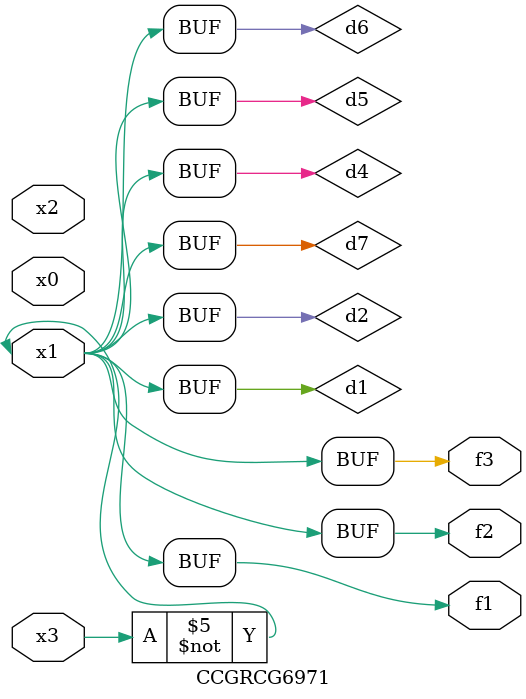
<source format=v>
module CCGRCG6971(
	input x0, x1, x2, x3,
	output f1, f2, f3
);

	wire d1, d2, d3, d4, d5, d6, d7;

	not (d1, x3);
	buf (d2, x1);
	xnor (d3, d1, d2);
	nor (d4, d1);
	buf (d5, d1, d2);
	buf (d6, d4, d5);
	nand (d7, d4);
	assign f1 = d6;
	assign f2 = d7;
	assign f3 = d6;
endmodule

</source>
